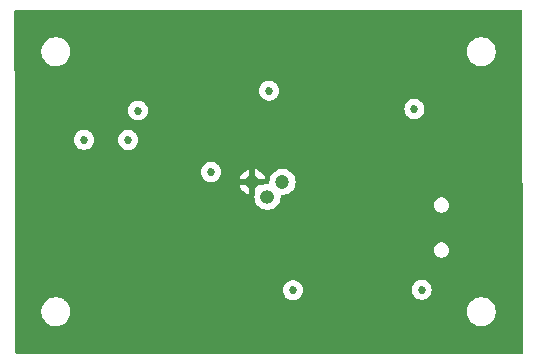
<source format=gbr>
%TF.GenerationSoftware,KiCad,Pcbnew,8.0.2*%
%TF.CreationDate,2025-01-07T16:45:10-05:00*%
%TF.ProjectId,Transimpedence,5472616e-7369-46d7-9065-64656e63652e,rev?*%
%TF.SameCoordinates,Original*%
%TF.FileFunction,Copper,L4,Bot*%
%TF.FilePolarity,Positive*%
%FSLAX46Y46*%
G04 Gerber Fmt 4.6, Leading zero omitted, Abs format (unit mm)*
G04 Created by KiCad (PCBNEW 8.0.2) date 2025-01-07 16:45:10*
%MOMM*%
%LPD*%
G01*
G04 APERTURE LIST*
%TA.AperFunction,ComponentPad*%
%ADD10O,1.200000X1.200000*%
%TD*%
%TA.AperFunction,ComponentPad*%
%ADD11C,1.200000*%
%TD*%
%TA.AperFunction,ViaPad*%
%ADD12C,0.685800*%
%TD*%
%TA.AperFunction,Conductor*%
%ADD13C,0.254000*%
%TD*%
G04 APERTURE END LIST*
D10*
%TO.P,LD1,1*%
%TO.N,GND*%
X40640000Y-35001200D03*
D11*
%TO.P,LD1,2*%
%TO.N,Net-(U1B--)*%
X43180000Y-35001200D03*
D10*
%TO.P,LD1,3*%
%TO.N,1.65V*%
X41910000Y-36271200D03*
%TD*%
D12*
%TO.N,GND*%
X54356000Y-26756488D03*
X46990000Y-38862000D03*
X50038000Y-38862000D03*
X26339800Y-33528000D03*
X48514000Y-38862000D03*
X31719448Y-32565276D03*
%TO.N,3.3V*%
X30125000Y-31450000D03*
X54356000Y-28829000D03*
X26390600Y-31445200D03*
X44069000Y-44170600D03*
X37134800Y-34163000D03*
X42050000Y-27275000D03*
X30940125Y-28956000D03*
X54965600Y-44145200D03*
%TD*%
D13*
%TO.N,GND*%
X58235600Y-33750000D02*
X58039000Y-33553400D01*
X58226200Y-33562800D02*
X58115200Y-33451800D01*
X58115200Y-33451800D02*
X57480200Y-33451800D01*
X58342400Y-33250000D02*
X59078600Y-33250000D01*
X59504400Y-31580000D02*
X59563000Y-31521400D01*
X57378600Y-40259000D02*
X57429400Y-40309800D01*
X58127900Y-33464500D02*
X58342400Y-33250000D01*
X55252800Y-31580000D02*
X55194200Y-31521400D01*
X59078600Y-33750000D02*
X58235600Y-33750000D01*
X58127900Y-33464500D02*
X58226200Y-33562800D01*
X58039000Y-33553400D02*
X58127900Y-33464500D01*
X57378600Y-29819600D02*
X57404000Y-29794200D01*
X59527400Y-38420000D02*
X59563000Y-38455600D01*
X55336400Y-38420000D02*
X55321200Y-38404800D01*
%TD*%
%TA.AperFunction,Conductor*%
%TO.N,GND*%
G36*
X63420623Y-20424085D02*
G01*
X63466378Y-20476889D01*
X63477583Y-20527975D01*
X63576732Y-49429975D01*
X63557278Y-49497081D01*
X63504631Y-49543017D01*
X63452733Y-49554400D01*
X20700734Y-49554400D01*
X20633695Y-49534715D01*
X20587940Y-49481911D01*
X20576735Y-49430825D01*
X20567172Y-46643349D01*
X20564634Y-45903388D01*
X22772500Y-45903388D01*
X22772500Y-46096611D01*
X22802725Y-46287441D01*
X22862429Y-46471194D01*
X22950147Y-46643349D01*
X23063715Y-46799663D01*
X23200336Y-46936284D01*
X23356650Y-47049852D01*
X23528805Y-47137570D01*
X23620681Y-47167422D01*
X23712560Y-47197275D01*
X23800943Y-47211273D01*
X23903389Y-47227500D01*
X23903394Y-47227500D01*
X24096611Y-47227500D01*
X24189123Y-47212846D01*
X24287440Y-47197275D01*
X24471197Y-47137569D01*
X24643350Y-47049852D01*
X24799663Y-46936285D01*
X24936285Y-46799663D01*
X25049852Y-46643350D01*
X25137569Y-46471197D01*
X25197275Y-46287440D01*
X25212846Y-46189123D01*
X25227500Y-46096611D01*
X25227500Y-45903388D01*
X58772500Y-45903388D01*
X58772500Y-46096611D01*
X58802725Y-46287441D01*
X58862429Y-46471194D01*
X58950147Y-46643349D01*
X59063715Y-46799663D01*
X59200336Y-46936284D01*
X59356650Y-47049852D01*
X59528805Y-47137570D01*
X59620681Y-47167422D01*
X59712560Y-47197275D01*
X59800943Y-47211273D01*
X59903389Y-47227500D01*
X59903394Y-47227500D01*
X60096611Y-47227500D01*
X60189123Y-47212846D01*
X60287440Y-47197275D01*
X60471197Y-47137569D01*
X60643350Y-47049852D01*
X60799663Y-46936285D01*
X60936285Y-46799663D01*
X61049852Y-46643350D01*
X61137569Y-46471197D01*
X61197275Y-46287440D01*
X61212846Y-46189123D01*
X61227500Y-46096611D01*
X61227500Y-45903388D01*
X61209916Y-45792373D01*
X61197275Y-45712560D01*
X61137569Y-45528803D01*
X61049852Y-45356650D01*
X60936285Y-45200337D01*
X60799663Y-45063715D01*
X60680499Y-44977138D01*
X60643349Y-44950147D01*
X60471194Y-44862429D01*
X60287441Y-44802725D01*
X60096611Y-44772500D01*
X60096606Y-44772500D01*
X59903394Y-44772500D01*
X59903389Y-44772500D01*
X59712558Y-44802725D01*
X59528805Y-44862429D01*
X59356650Y-44950147D01*
X59200336Y-45063715D01*
X59063715Y-45200336D01*
X58950147Y-45356650D01*
X58862429Y-45528805D01*
X58802725Y-45712558D01*
X58772500Y-45903388D01*
X25227500Y-45903388D01*
X25209916Y-45792373D01*
X25197275Y-45712560D01*
X25137569Y-45528803D01*
X25049852Y-45356650D01*
X24936285Y-45200337D01*
X24799663Y-45063715D01*
X24680499Y-44977138D01*
X24643349Y-44950147D01*
X24471194Y-44862429D01*
X24287441Y-44802725D01*
X24096611Y-44772500D01*
X24096606Y-44772500D01*
X23903394Y-44772500D01*
X23903389Y-44772500D01*
X23712558Y-44802725D01*
X23528805Y-44862429D01*
X23356650Y-44950147D01*
X23200336Y-45063715D01*
X23063715Y-45200336D01*
X22950147Y-45356650D01*
X22862429Y-45528805D01*
X22802725Y-45712558D01*
X22772500Y-45903388D01*
X20564634Y-45903388D01*
X20558690Y-44170600D01*
X43220954Y-44170600D01*
X43239486Y-44346920D01*
X43239487Y-44346922D01*
X43294271Y-44515533D01*
X43294272Y-44515534D01*
X43367450Y-44642282D01*
X43382916Y-44669069D01*
X43430414Y-44721821D01*
X43501543Y-44800819D01*
X43529973Y-44821474D01*
X43644977Y-44905029D01*
X43806933Y-44977138D01*
X43806936Y-44977138D01*
X43806939Y-44977140D01*
X43980355Y-45014000D01*
X44157645Y-45014000D01*
X44331061Y-44977140D01*
X44331064Y-44977138D01*
X44331066Y-44977138D01*
X44363869Y-44962532D01*
X44493023Y-44905029D01*
X44636454Y-44800821D01*
X44755084Y-44669069D01*
X44843729Y-44515531D01*
X44898514Y-44346919D01*
X44917046Y-44170600D01*
X44914376Y-44145200D01*
X54117554Y-44145200D01*
X54136086Y-44321520D01*
X54136087Y-44321522D01*
X54190871Y-44490133D01*
X54190872Y-44490134D01*
X54205537Y-44515534D01*
X54279516Y-44643669D01*
X54327014Y-44696421D01*
X54398143Y-44775419D01*
X54398146Y-44775421D01*
X54541577Y-44879629D01*
X54703533Y-44951738D01*
X54703536Y-44951738D01*
X54703539Y-44951740D01*
X54876955Y-44988600D01*
X55054245Y-44988600D01*
X55227661Y-44951740D01*
X55227664Y-44951738D01*
X55227666Y-44951738D01*
X55260469Y-44937132D01*
X55389623Y-44879629D01*
X55533054Y-44775421D01*
X55651684Y-44643669D01*
X55740329Y-44490131D01*
X55795114Y-44321519D01*
X55813646Y-44145200D01*
X55795114Y-43968881D01*
X55740329Y-43800269D01*
X55740328Y-43800268D01*
X55740328Y-43800266D01*
X55740327Y-43800265D01*
X55666349Y-43672132D01*
X55651684Y-43646731D01*
X55598277Y-43587417D01*
X55533056Y-43514980D01*
X55424582Y-43436170D01*
X55389623Y-43410771D01*
X55389621Y-43410770D01*
X55389622Y-43410770D01*
X55227666Y-43338661D01*
X55227658Y-43338659D01*
X55054245Y-43301800D01*
X54876955Y-43301800D01*
X54703541Y-43338659D01*
X54703533Y-43338661D01*
X54541578Y-43410770D01*
X54398143Y-43514980D01*
X54279515Y-43646732D01*
X54190872Y-43800265D01*
X54190871Y-43800266D01*
X54136087Y-43968877D01*
X54136086Y-43968879D01*
X54117554Y-44145200D01*
X44914376Y-44145200D01*
X44898514Y-43994281D01*
X44843729Y-43825669D01*
X44843728Y-43825668D01*
X44843728Y-43825666D01*
X44843727Y-43825665D01*
X44812798Y-43772095D01*
X44755084Y-43672131D01*
X44701677Y-43612817D01*
X44636456Y-43540380D01*
X44564738Y-43488275D01*
X44493023Y-43436171D01*
X44493021Y-43436170D01*
X44493022Y-43436170D01*
X44331066Y-43364061D01*
X44331058Y-43364059D01*
X44157645Y-43327200D01*
X43980355Y-43327200D01*
X43806941Y-43364059D01*
X43806933Y-43364061D01*
X43644978Y-43436170D01*
X43501543Y-43540380D01*
X43382915Y-43672132D01*
X43294272Y-43825665D01*
X43294271Y-43825666D01*
X43239487Y-43994277D01*
X43239486Y-43994279D01*
X43220954Y-44170600D01*
X20558690Y-44170600D01*
X20546798Y-40704207D01*
X56004500Y-40704207D01*
X56004500Y-40829792D01*
X56028996Y-40952944D01*
X56028999Y-40952955D01*
X56077050Y-41068963D01*
X56077057Y-41068976D01*
X56146820Y-41173382D01*
X56146823Y-41173386D01*
X56235613Y-41262176D01*
X56235617Y-41262179D01*
X56340023Y-41331942D01*
X56340036Y-41331949D01*
X56409640Y-41360779D01*
X56456048Y-41380002D01*
X56579207Y-41404499D01*
X56579211Y-41404500D01*
X56579212Y-41404500D01*
X56704789Y-41404500D01*
X56704790Y-41404499D01*
X56827952Y-41380002D01*
X56943970Y-41331946D01*
X57048383Y-41262179D01*
X57137179Y-41173383D01*
X57206946Y-41068970D01*
X57255002Y-40952952D01*
X57279500Y-40829788D01*
X57279500Y-40704212D01*
X57255002Y-40581048D01*
X57235779Y-40534640D01*
X57206949Y-40465036D01*
X57206942Y-40465023D01*
X57137179Y-40360617D01*
X57137176Y-40360613D01*
X57048386Y-40271823D01*
X57048382Y-40271820D01*
X56943976Y-40202057D01*
X56943963Y-40202050D01*
X56827955Y-40153999D01*
X56827953Y-40153998D01*
X56827952Y-40153998D01*
X56827949Y-40153997D01*
X56827944Y-40153996D01*
X56704792Y-40129500D01*
X56704788Y-40129500D01*
X56579212Y-40129500D01*
X56579207Y-40129500D01*
X56456055Y-40153996D01*
X56456044Y-40153999D01*
X56340036Y-40202050D01*
X56340023Y-40202057D01*
X56235617Y-40271820D01*
X56235613Y-40271823D01*
X56146823Y-40360613D01*
X56146820Y-40360617D01*
X56077057Y-40465023D01*
X56077050Y-40465036D01*
X56028999Y-40581044D01*
X56028996Y-40581055D01*
X56004500Y-40704207D01*
X20546798Y-40704207D01*
X20532287Y-36474282D01*
X20531590Y-36271199D01*
X40804785Y-36271199D01*
X40804785Y-36271200D01*
X40823602Y-36474282D01*
X40879417Y-36670447D01*
X40879422Y-36670460D01*
X40970327Y-36853021D01*
X41093237Y-37015781D01*
X41243958Y-37153180D01*
X41243960Y-37153182D01*
X41343141Y-37214592D01*
X41417363Y-37260548D01*
X41607544Y-37334224D01*
X41808024Y-37371700D01*
X41808026Y-37371700D01*
X42011974Y-37371700D01*
X42011976Y-37371700D01*
X42212456Y-37334224D01*
X42402637Y-37260548D01*
X42576041Y-37153181D01*
X42726764Y-37015779D01*
X42818571Y-36894207D01*
X56004500Y-36894207D01*
X56004500Y-37019792D01*
X56028996Y-37142944D01*
X56028999Y-37142955D01*
X56077050Y-37258963D01*
X56077057Y-37258976D01*
X56146820Y-37363382D01*
X56146823Y-37363386D01*
X56235613Y-37452176D01*
X56235617Y-37452179D01*
X56340023Y-37521942D01*
X56340036Y-37521949D01*
X56409640Y-37550779D01*
X56456048Y-37570002D01*
X56579207Y-37594499D01*
X56579211Y-37594500D01*
X56579212Y-37594500D01*
X56704789Y-37594500D01*
X56704790Y-37594499D01*
X56827952Y-37570002D01*
X56943970Y-37521946D01*
X57048383Y-37452179D01*
X57137179Y-37363383D01*
X57206946Y-37258970D01*
X57255002Y-37142952D01*
X57279500Y-37019788D01*
X57279500Y-36894212D01*
X57255002Y-36771048D01*
X57235779Y-36724640D01*
X57206949Y-36655036D01*
X57206942Y-36655023D01*
X57137179Y-36550617D01*
X57137176Y-36550613D01*
X57048386Y-36461823D01*
X57048382Y-36461820D01*
X56943976Y-36392057D01*
X56943963Y-36392050D01*
X56827955Y-36343999D01*
X56827953Y-36343998D01*
X56827952Y-36343998D01*
X56827949Y-36343997D01*
X56827944Y-36343996D01*
X56704792Y-36319500D01*
X56704788Y-36319500D01*
X56579212Y-36319500D01*
X56579207Y-36319500D01*
X56456055Y-36343996D01*
X56456044Y-36343999D01*
X56340036Y-36392050D01*
X56340023Y-36392057D01*
X56235617Y-36461820D01*
X56235613Y-36461823D01*
X56146823Y-36550613D01*
X56146820Y-36550617D01*
X56077057Y-36655023D01*
X56077050Y-36655036D01*
X56028999Y-36771044D01*
X56028996Y-36771055D01*
X56004500Y-36894207D01*
X42818571Y-36894207D01*
X42849673Y-36853021D01*
X42940582Y-36670450D01*
X42996397Y-36474283D01*
X43015215Y-36271200D01*
X43012059Y-36237141D01*
X43025474Y-36168572D01*
X43073831Y-36118140D01*
X43135530Y-36101700D01*
X43281974Y-36101700D01*
X43281976Y-36101700D01*
X43482456Y-36064224D01*
X43672637Y-35990548D01*
X43846041Y-35883181D01*
X43996764Y-35745779D01*
X44119673Y-35583021D01*
X44210582Y-35400450D01*
X44266397Y-35204283D01*
X44285215Y-35001200D01*
X44266397Y-34798117D01*
X44210582Y-34601950D01*
X44119673Y-34419379D01*
X43996764Y-34256621D01*
X43996762Y-34256618D01*
X43846041Y-34119219D01*
X43846039Y-34119217D01*
X43672642Y-34011855D01*
X43672635Y-34011851D01*
X43483700Y-33938658D01*
X43482456Y-33938176D01*
X43281976Y-33900700D01*
X43078024Y-33900700D01*
X42877544Y-33938176D01*
X42877541Y-33938176D01*
X42877541Y-33938177D01*
X42687364Y-34011851D01*
X42687357Y-34011855D01*
X42513960Y-34119217D01*
X42513958Y-34119219D01*
X42363237Y-34256618D01*
X42240327Y-34419378D01*
X42149422Y-34601939D01*
X42149417Y-34601952D01*
X42093602Y-34798117D01*
X42074785Y-35001199D01*
X42074785Y-35001200D01*
X42077941Y-35035259D01*
X42064526Y-35103828D01*
X42016169Y-35154260D01*
X41954470Y-35170700D01*
X41808024Y-35170700D01*
X41656739Y-35198979D01*
X41607538Y-35208177D01*
X41518097Y-35242827D01*
X41473304Y-35251200D01*
X40890000Y-35251200D01*
X40890000Y-35821533D01*
X40879601Y-35865866D01*
X40881491Y-35866598D01*
X40879419Y-35871946D01*
X40823602Y-36068117D01*
X40804785Y-36271199D01*
X20531590Y-36271199D01*
X20528091Y-35251200D01*
X39567472Y-35251200D01*
X39609885Y-35400265D01*
X39609890Y-35400278D01*
X39700754Y-35582756D01*
X39823608Y-35745442D01*
X39974260Y-35882778D01*
X40147584Y-35990097D01*
X40337678Y-36063739D01*
X40390000Y-36073520D01*
X40390000Y-35251200D01*
X39567472Y-35251200D01*
X20528091Y-35251200D01*
X20524358Y-34163000D01*
X36286754Y-34163000D01*
X36305286Y-34339320D01*
X36305287Y-34339322D01*
X36360071Y-34507933D01*
X36360072Y-34507934D01*
X36414346Y-34601939D01*
X36448716Y-34661469D01*
X36496214Y-34714221D01*
X36567343Y-34793219D01*
X36567346Y-34793221D01*
X36710777Y-34897429D01*
X36872733Y-34969538D01*
X36872736Y-34969538D01*
X36872739Y-34969540D01*
X37046155Y-35006400D01*
X37223445Y-35006400D01*
X37396861Y-34969540D01*
X37396864Y-34969538D01*
X37396866Y-34969538D01*
X37429242Y-34955122D01*
X40290000Y-34955122D01*
X40290000Y-35047278D01*
X40313852Y-35136295D01*
X40359930Y-35216105D01*
X40425095Y-35281270D01*
X40504905Y-35327348D01*
X40593922Y-35351200D01*
X40686078Y-35351200D01*
X40775095Y-35327348D01*
X40854905Y-35281270D01*
X40920070Y-35216105D01*
X40966148Y-35136295D01*
X40990000Y-35047278D01*
X40990000Y-34955122D01*
X40966148Y-34866105D01*
X40920070Y-34786295D01*
X40854905Y-34721130D01*
X40775095Y-34675052D01*
X40686078Y-34651200D01*
X40593922Y-34651200D01*
X40504905Y-34675052D01*
X40425095Y-34721130D01*
X40359930Y-34786295D01*
X40313852Y-34866105D01*
X40290000Y-34955122D01*
X37429242Y-34955122D01*
X37429669Y-34954932D01*
X37558823Y-34897429D01*
X37702254Y-34793221D01*
X37740091Y-34751199D01*
X39567471Y-34751199D01*
X39567472Y-34751200D01*
X40390000Y-34751200D01*
X40390000Y-33928879D01*
X40890000Y-33928879D01*
X40890000Y-34751200D01*
X41712528Y-34751200D01*
X41712528Y-34751199D01*
X41670114Y-34602134D01*
X41670109Y-34602121D01*
X41579245Y-34419643D01*
X41456391Y-34256957D01*
X41305739Y-34119621D01*
X41132413Y-34012301D01*
X40942315Y-33938658D01*
X40942309Y-33938656D01*
X40890001Y-33928877D01*
X40890000Y-33928879D01*
X40390000Y-33928879D01*
X40389998Y-33928877D01*
X40337690Y-33938656D01*
X40337684Y-33938658D01*
X40147586Y-34012301D01*
X39974260Y-34119621D01*
X39823608Y-34256957D01*
X39700754Y-34419643D01*
X39609890Y-34602121D01*
X39609885Y-34602134D01*
X39567471Y-34751199D01*
X37740091Y-34751199D01*
X37820884Y-34661469D01*
X37909529Y-34507931D01*
X37964314Y-34339319D01*
X37982846Y-34163000D01*
X37964314Y-33986681D01*
X37909529Y-33818069D01*
X37909528Y-33818068D01*
X37909528Y-33818066D01*
X37909527Y-33818065D01*
X37878598Y-33764495D01*
X37820884Y-33664531D01*
X37767477Y-33605217D01*
X37702256Y-33532780D01*
X37630538Y-33480675D01*
X37558823Y-33428571D01*
X37558821Y-33428570D01*
X37558822Y-33428570D01*
X37396866Y-33356461D01*
X37396858Y-33356459D01*
X37223445Y-33319600D01*
X37046155Y-33319600D01*
X36872741Y-33356459D01*
X36872733Y-33356461D01*
X36710778Y-33428570D01*
X36567343Y-33532780D01*
X36448715Y-33664532D01*
X36360072Y-33818065D01*
X36360071Y-33818066D01*
X36305287Y-33986677D01*
X36305286Y-33986679D01*
X36286754Y-34163000D01*
X20524358Y-34163000D01*
X20515035Y-31445200D01*
X25542554Y-31445200D01*
X25561086Y-31621520D01*
X25561087Y-31621522D01*
X25615871Y-31790133D01*
X25615872Y-31790134D01*
X25689050Y-31916882D01*
X25704516Y-31943669D01*
X25752014Y-31996421D01*
X25823143Y-32075419D01*
X25851573Y-32096074D01*
X25966577Y-32179629D01*
X26128533Y-32251738D01*
X26128536Y-32251738D01*
X26128539Y-32251740D01*
X26301955Y-32288600D01*
X26479245Y-32288600D01*
X26652661Y-32251740D01*
X26652664Y-32251738D01*
X26652666Y-32251738D01*
X26685469Y-32237132D01*
X26814623Y-32179629D01*
X26958054Y-32075421D01*
X27076684Y-31943669D01*
X27165329Y-31790131D01*
X27220114Y-31621519D01*
X27238141Y-31450000D01*
X29276954Y-31450000D01*
X29295486Y-31626320D01*
X29295487Y-31626322D01*
X29350271Y-31794933D01*
X29350272Y-31794934D01*
X29423450Y-31921682D01*
X29438916Y-31948469D01*
X29486414Y-32001221D01*
X29557543Y-32080219D01*
X29557546Y-32080221D01*
X29700977Y-32184429D01*
X29862933Y-32256538D01*
X29862936Y-32256538D01*
X29862939Y-32256540D01*
X30036355Y-32293400D01*
X30213645Y-32293400D01*
X30387061Y-32256540D01*
X30387064Y-32256538D01*
X30387066Y-32256538D01*
X30419869Y-32241932D01*
X30549023Y-32184429D01*
X30692454Y-32080221D01*
X30811084Y-31948469D01*
X30899729Y-31794931D01*
X30954514Y-31626319D01*
X30973046Y-31450000D01*
X30954514Y-31273681D01*
X30899729Y-31105069D01*
X30899728Y-31105068D01*
X30899728Y-31105066D01*
X30899727Y-31105065D01*
X30868798Y-31051495D01*
X30811084Y-30951531D01*
X30757677Y-30892217D01*
X30692456Y-30819780D01*
X30620738Y-30767675D01*
X30549023Y-30715571D01*
X30549021Y-30715570D01*
X30549022Y-30715570D01*
X30387066Y-30643461D01*
X30387058Y-30643459D01*
X30213645Y-30606600D01*
X30036355Y-30606600D01*
X29862941Y-30643459D01*
X29862933Y-30643461D01*
X29700978Y-30715570D01*
X29557543Y-30819780D01*
X29438915Y-30951532D01*
X29350272Y-31105065D01*
X29350271Y-31105066D01*
X29295487Y-31273677D01*
X29295486Y-31273679D01*
X29276954Y-31450000D01*
X27238141Y-31450000D01*
X27238646Y-31445200D01*
X27220114Y-31268881D01*
X27165329Y-31100269D01*
X27165328Y-31100268D01*
X27165328Y-31100266D01*
X27165327Y-31100265D01*
X27134398Y-31046695D01*
X27076684Y-30946731D01*
X27023277Y-30887417D01*
X26958056Y-30814980D01*
X26886338Y-30762875D01*
X26814623Y-30710771D01*
X26814621Y-30710770D01*
X26814622Y-30710770D01*
X26652666Y-30638661D01*
X26652658Y-30638659D01*
X26479245Y-30601800D01*
X26301955Y-30601800D01*
X26128541Y-30638659D01*
X26128533Y-30638661D01*
X25966578Y-30710770D01*
X25823143Y-30814980D01*
X25704515Y-30946732D01*
X25615872Y-31100265D01*
X25615871Y-31100266D01*
X25561087Y-31268877D01*
X25561086Y-31268879D01*
X25542554Y-31445200D01*
X20515035Y-31445200D01*
X20506496Y-28956000D01*
X30092079Y-28956000D01*
X30110611Y-29132320D01*
X30110612Y-29132322D01*
X30165396Y-29300933D01*
X30165397Y-29300934D01*
X30238575Y-29427682D01*
X30254041Y-29454469D01*
X30258320Y-29459221D01*
X30372668Y-29586219D01*
X30372671Y-29586221D01*
X30516102Y-29690429D01*
X30678058Y-29762538D01*
X30678061Y-29762538D01*
X30678064Y-29762540D01*
X30851480Y-29799400D01*
X31028770Y-29799400D01*
X31202186Y-29762540D01*
X31202189Y-29762538D01*
X31202191Y-29762538D01*
X31234994Y-29747932D01*
X31364148Y-29690429D01*
X31507579Y-29586221D01*
X31626209Y-29454469D01*
X31714854Y-29300931D01*
X31769639Y-29132319D01*
X31788171Y-28956000D01*
X31774823Y-28829000D01*
X53507954Y-28829000D01*
X53526486Y-29005320D01*
X53526487Y-29005322D01*
X53581271Y-29173933D01*
X53581272Y-29173934D01*
X53654450Y-29300682D01*
X53669916Y-29327469D01*
X53717414Y-29380221D01*
X53788543Y-29459219D01*
X53788546Y-29459221D01*
X53931977Y-29563429D01*
X54093933Y-29635538D01*
X54093936Y-29635538D01*
X54093939Y-29635540D01*
X54267355Y-29672400D01*
X54444645Y-29672400D01*
X54618061Y-29635540D01*
X54618064Y-29635538D01*
X54618066Y-29635538D01*
X54650869Y-29620932D01*
X54780023Y-29563429D01*
X54923454Y-29459221D01*
X55042084Y-29327469D01*
X55130729Y-29173931D01*
X55185514Y-29005319D01*
X55204046Y-28829000D01*
X55185514Y-28652681D01*
X55130729Y-28484069D01*
X55130728Y-28484068D01*
X55130728Y-28484066D01*
X55130727Y-28484065D01*
X55099798Y-28430495D01*
X55042084Y-28330531D01*
X54988677Y-28271217D01*
X54923456Y-28198780D01*
X54812821Y-28118400D01*
X54780023Y-28094571D01*
X54780021Y-28094570D01*
X54780022Y-28094570D01*
X54618066Y-28022461D01*
X54618058Y-28022459D01*
X54444645Y-27985600D01*
X54267355Y-27985600D01*
X54093941Y-28022459D01*
X54093933Y-28022461D01*
X53931978Y-28094570D01*
X53788543Y-28198780D01*
X53669915Y-28330532D01*
X53581272Y-28484065D01*
X53581271Y-28484066D01*
X53526487Y-28652677D01*
X53526486Y-28652679D01*
X53507954Y-28829000D01*
X31774823Y-28829000D01*
X31769639Y-28779681D01*
X31714854Y-28611069D01*
X31714853Y-28611068D01*
X31714853Y-28611066D01*
X31714852Y-28611065D01*
X31683923Y-28557495D01*
X31626209Y-28457531D01*
X31572802Y-28398217D01*
X31507581Y-28325780D01*
X31435863Y-28273675D01*
X31364148Y-28221571D01*
X31364146Y-28221570D01*
X31364147Y-28221570D01*
X31202191Y-28149461D01*
X31202183Y-28149459D01*
X31028770Y-28112600D01*
X30851480Y-28112600D01*
X30678066Y-28149459D01*
X30678058Y-28149461D01*
X30516103Y-28221570D01*
X30372668Y-28325780D01*
X30254040Y-28457532D01*
X30165397Y-28611065D01*
X30165396Y-28611066D01*
X30110612Y-28779677D01*
X30110611Y-28779679D01*
X30092079Y-28956000D01*
X20506496Y-28956000D01*
X20500729Y-27275000D01*
X41201954Y-27275000D01*
X41220486Y-27451320D01*
X41220487Y-27451322D01*
X41275271Y-27619933D01*
X41275272Y-27619934D01*
X41348450Y-27746682D01*
X41363916Y-27773469D01*
X41411414Y-27826221D01*
X41482543Y-27905219D01*
X41482546Y-27905221D01*
X41625977Y-28009429D01*
X41787933Y-28081538D01*
X41787936Y-28081538D01*
X41787939Y-28081540D01*
X41961355Y-28118400D01*
X42138645Y-28118400D01*
X42312061Y-28081540D01*
X42312064Y-28081538D01*
X42312066Y-28081538D01*
X42344869Y-28066932D01*
X42474023Y-28009429D01*
X42617454Y-27905221D01*
X42736084Y-27773469D01*
X42824729Y-27619931D01*
X42879514Y-27451319D01*
X42898046Y-27275000D01*
X42879514Y-27098681D01*
X42824729Y-26930069D01*
X42824728Y-26930068D01*
X42824728Y-26930066D01*
X42824727Y-26930065D01*
X42793798Y-26876495D01*
X42736084Y-26776531D01*
X42682677Y-26717217D01*
X42617456Y-26644780D01*
X42545738Y-26592675D01*
X42474023Y-26540571D01*
X42474021Y-26540570D01*
X42474022Y-26540570D01*
X42312066Y-26468461D01*
X42312058Y-26468459D01*
X42138645Y-26431600D01*
X41961355Y-26431600D01*
X41787941Y-26468459D01*
X41787933Y-26468461D01*
X41625978Y-26540570D01*
X41482543Y-26644780D01*
X41363915Y-26776532D01*
X41275272Y-26930065D01*
X41275271Y-26930066D01*
X41220487Y-27098677D01*
X41220486Y-27098679D01*
X41201954Y-27275000D01*
X20500729Y-27275000D01*
X20489086Y-23880988D01*
X22772500Y-23880988D01*
X22772500Y-24074211D01*
X22802725Y-24265041D01*
X22862429Y-24448794D01*
X22950147Y-24620949D01*
X23063715Y-24777263D01*
X23200336Y-24913884D01*
X23356650Y-25027452D01*
X23528805Y-25115170D01*
X23620681Y-25145022D01*
X23712560Y-25174875D01*
X23800943Y-25188873D01*
X23903389Y-25205100D01*
X23903394Y-25205100D01*
X24096611Y-25205100D01*
X24189123Y-25190446D01*
X24287440Y-25174875D01*
X24471197Y-25115169D01*
X24643350Y-25027452D01*
X24799663Y-24913885D01*
X24936285Y-24777263D01*
X25049852Y-24620950D01*
X25137569Y-24448797D01*
X25197275Y-24265040D01*
X25212846Y-24166723D01*
X25227500Y-24074211D01*
X25227500Y-23880988D01*
X58772500Y-23880988D01*
X58772500Y-24074211D01*
X58802725Y-24265041D01*
X58862429Y-24448794D01*
X58950147Y-24620949D01*
X59063715Y-24777263D01*
X59200336Y-24913884D01*
X59356650Y-25027452D01*
X59528805Y-25115170D01*
X59620681Y-25145022D01*
X59712560Y-25174875D01*
X59800943Y-25188873D01*
X59903389Y-25205100D01*
X59903394Y-25205100D01*
X60096611Y-25205100D01*
X60189123Y-25190446D01*
X60287440Y-25174875D01*
X60471197Y-25115169D01*
X60643350Y-25027452D01*
X60799663Y-24913885D01*
X60936285Y-24777263D01*
X61049852Y-24620950D01*
X61137569Y-24448797D01*
X61197275Y-24265040D01*
X61212846Y-24166723D01*
X61227500Y-24074211D01*
X61227500Y-23880988D01*
X61209916Y-23769973D01*
X61197275Y-23690160D01*
X61137569Y-23506403D01*
X61049852Y-23334250D01*
X60936285Y-23177937D01*
X60799663Y-23041315D01*
X60643350Y-22927748D01*
X60643351Y-22927748D01*
X60643349Y-22927747D01*
X60471194Y-22840029D01*
X60287441Y-22780325D01*
X60096611Y-22750100D01*
X60096606Y-22750100D01*
X59903394Y-22750100D01*
X59903389Y-22750100D01*
X59712558Y-22780325D01*
X59528805Y-22840029D01*
X59356650Y-22927747D01*
X59200336Y-23041315D01*
X59063715Y-23177936D01*
X58950147Y-23334250D01*
X58862429Y-23506405D01*
X58802725Y-23690158D01*
X58772500Y-23880988D01*
X25227500Y-23880988D01*
X25209916Y-23769973D01*
X25197275Y-23690160D01*
X25137569Y-23506403D01*
X25049852Y-23334250D01*
X24936285Y-23177937D01*
X24799663Y-23041315D01*
X24643350Y-22927748D01*
X24643351Y-22927748D01*
X24643349Y-22927747D01*
X24471194Y-22840029D01*
X24287441Y-22780325D01*
X24096611Y-22750100D01*
X24096606Y-22750100D01*
X23903394Y-22750100D01*
X23903389Y-22750100D01*
X23712558Y-22780325D01*
X23528805Y-22840029D01*
X23356650Y-22927747D01*
X23200336Y-23041315D01*
X23063715Y-23177936D01*
X22950147Y-23334250D01*
X22862429Y-23506405D01*
X22802725Y-23690158D01*
X22772500Y-23880988D01*
X20489086Y-23880988D01*
X20477586Y-20528825D01*
X20497040Y-20461719D01*
X20549687Y-20415783D01*
X20601585Y-20404400D01*
X63353584Y-20404400D01*
X63420623Y-20424085D01*
G37*
%TD.AperFunction*%
%TD*%
M02*

</source>
